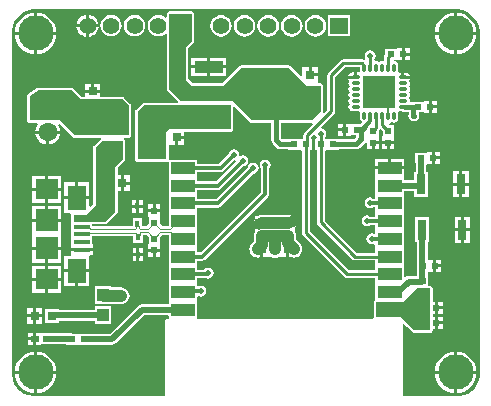
<source format=gtl>
G04*
G04 #@! TF.GenerationSoftware,Altium Limited,Altium Designer,20.0.2 (26)*
G04*
G04 Layer_Physical_Order=1*
G04 Layer_Color=255*
%FSLAX25Y25*%
%MOIN*%
G70*
G01*
G75*
%ADD13C,0.01968*%
%ADD14C,0.00787*%
%ADD45R,0.01575X0.02362*%
%ADD46R,0.03150X0.02953*%
%ADD47R,0.07480X0.07087*%
%ADD48R,0.07480X0.07480*%
%ADD49R,0.06299X0.08268*%
%ADD50R,0.05315X0.01575*%
%ADD51R,0.02362X0.02165*%
%ADD52O,0.03150X0.01102*%
%ADD53O,0.01102X0.03150*%
%ADD54R,0.10630X0.10630*%
%ADD55R,0.02362X0.01968*%
%ADD56R,0.01968X0.02362*%
%ADD57R,0.02165X0.02362*%
%ADD58R,0.02506X0.02126*%
%ADD59R,0.03150X0.06693*%
%ADD60R,0.03937X0.04331*%
%ADD61R,0.03150X0.03150*%
%ADD62R,0.09705X0.13937*%
%ADD63R,0.09705X0.04134*%
%ADD64R,0.05512X0.04724*%
%ADD65R,0.02953X0.03150*%
%ADD66R,0.02756X0.02756*%
%ADD67R,0.07874X0.03937*%
%ADD68C,0.00984*%
%ADD69C,0.01575*%
%ADD70C,0.00441*%
%ADD71C,0.03937*%
%ADD72C,0.01181*%
%ADD73R,0.06000X0.05512*%
%ADD74C,0.05512*%
%ADD75C,0.06299*%
%ADD76C,0.11811*%
%ADD77C,0.01968*%
%ADD78C,0.03937*%
G36*
X151934Y130893D02*
X153389Y130289D01*
X154700Y129414D01*
X155814Y128300D01*
X156690Y126989D01*
X157293Y125533D01*
X157600Y123988D01*
Y123200D01*
Y9700D01*
Y8961D01*
X157312Y7512D01*
X156746Y6147D01*
X155926Y4919D01*
X154881Y3874D01*
X153653Y3054D01*
X152288Y2488D01*
X150839Y2200D01*
X132003D01*
Y26208D01*
X132465Y26400D01*
X133083Y25782D01*
X133323Y25423D01*
X133682Y25183D01*
X135232Y23632D01*
X135493Y23458D01*
X135800Y23397D01*
X141100Y23397D01*
X141407Y23458D01*
X141668Y23632D01*
X141842Y23893D01*
X141903Y24200D01*
Y24716D01*
X142569D01*
Y26700D01*
Y28684D01*
X141903D01*
Y29716D01*
X142569D01*
Y31700D01*
Y33684D01*
X141903D01*
Y38200D01*
X141842Y38507D01*
X141668Y38768D01*
X141407Y38942D01*
X141100Y39003D01*
X140470D01*
Y42637D01*
X140213D01*
Y43288D01*
X140387Y43716D01*
X142069D01*
Y45700D01*
Y47684D01*
X140387D01*
X140213Y48112D01*
Y53566D01*
X140769D01*
Y61834D01*
X136045D01*
Y53566D01*
X136601D01*
Y42278D01*
X133872D01*
X133180Y42140D01*
X132773Y41868D01*
X132273Y42100D01*
Y45645D01*
X132273D01*
Y46039D01*
X132273D01*
Y51444D01*
X132273Y51550D01*
Y51944D01*
X132273Y52050D01*
Y57350D01*
X132273Y57456D01*
Y57850D01*
X132273Y57956D01*
Y63255D01*
X132273Y63362D01*
Y63755D01*
X132273Y63862D01*
Y69161D01*
X132273Y69267D01*
Y69661D01*
X132273Y69767D01*
Y70610D01*
X135545D01*
Y68744D01*
X140269D01*
Y77012D01*
X139826D01*
Y79241D01*
X139887Y79716D01*
X141569D01*
Y81700D01*
Y83684D01*
X139887D01*
Y83472D01*
X138306D01*
X138131Y83506D01*
X138019D01*
X137845Y83472D01*
X136163D01*
Y79928D01*
X136213D01*
Y77012D01*
X135545D01*
Y74223D01*
X132627D01*
X132273Y74576D01*
X132273Y74942D01*
X132486Y75353D01*
X132486Y75584D01*
Y77822D01*
X127549D01*
X122612D01*
X122612Y75353D01*
X122824Y74942D01*
X122824Y74853D01*
Y69767D01*
X122824Y69661D01*
Y69267D01*
X122824Y69161D01*
Y68105D01*
X122186D01*
X121791Y68369D01*
X121100Y68506D01*
X120409Y68369D01*
X119823Y67977D01*
X119431Y67391D01*
X119294Y66700D01*
X119431Y66009D01*
X119823Y65423D01*
X120409Y65031D01*
X121100Y64894D01*
X121791Y65031D01*
X122186Y65295D01*
X122824D01*
Y63862D01*
X122824Y63755D01*
Y63362D01*
X122824Y63255D01*
Y62105D01*
X121186D01*
X120791Y62369D01*
X120100Y62506D01*
X119409Y62369D01*
X118823Y61977D01*
X118431Y61391D01*
X118294Y60700D01*
X118431Y60009D01*
X118823Y59423D01*
X119409Y59031D01*
X120100Y58894D01*
X120791Y59031D01*
X121186Y59295D01*
X122824D01*
Y57956D01*
X122824Y57850D01*
Y57456D01*
X122824Y57350D01*
Y56614D01*
X122324Y56347D01*
X122291Y56369D01*
X121600Y56506D01*
X120909Y56369D01*
X120323Y55977D01*
X119931Y55391D01*
X119794Y54700D01*
X119931Y54009D01*
X120323Y53423D01*
X120909Y53031D01*
X121600Y52894D01*
X122291Y53031D01*
X122324Y53053D01*
X122824Y52786D01*
Y52050D01*
X122824Y51944D01*
Y51550D01*
X122824Y51444D01*
Y50099D01*
X116546D01*
X105936Y60709D01*
Y83976D01*
X106290Y84330D01*
X106600D01*
Y84330D01*
X106600D01*
Y84330D01*
X110537D01*
Y84594D01*
X116493D01*
X116493Y84594D01*
X117108Y84717D01*
X117629Y85065D01*
X118680Y86115D01*
X118791Y86138D01*
X119377Y86529D01*
X119517Y86739D01*
X120017Y86587D01*
Y84550D01*
X121600D01*
Y86731D01*
X122100D01*
Y87231D01*
X124183D01*
Y88913D01*
X123970D01*
Y90792D01*
X124040Y90862D01*
X124183Y91076D01*
X124734Y91183D01*
X124799Y91167D01*
X125328Y90637D01*
Y88913D01*
X125116D01*
Y87231D01*
X129084D01*
Y88913D01*
X128872D01*
Y92637D01*
X127470D01*
X127430Y92657D01*
X127387Y92728D01*
X127633Y93287D01*
X127659Y93292D01*
X128173Y93635D01*
X128208Y93687D01*
X128500Y93492D01*
X129022Y93388D01*
X129544Y93492D01*
X129987Y93788D01*
X130283Y94231D01*
X130387Y94753D01*
Y96800D01*
X130352Y96974D01*
X130708Y97336D01*
X130915Y97371D01*
X130951Y97364D01*
X131732D01*
X132147Y97087D01*
X132762Y96965D01*
X133919D01*
Y96330D01*
X133794Y95700D01*
X133931Y95009D01*
X134323Y94423D01*
X134909Y94031D01*
X135600Y93894D01*
X136291Y94031D01*
X136877Y94423D01*
X137269Y95009D01*
X137406Y95700D01*
X137269Y96391D01*
X137244Y96428D01*
X137468Y96928D01*
X138887D01*
Y96716D01*
X140568D01*
Y98700D01*
Y100684D01*
X138887D01*
Y100472D01*
X135163D01*
Y100176D01*
X134653D01*
X134336Y100563D01*
X134363Y100697D01*
X134259Y101219D01*
X133963Y101662D01*
Y101701D01*
X134259Y102144D01*
X134363Y102666D01*
X134259Y103189D01*
X133963Y103631D01*
Y103668D01*
X134259Y104111D01*
X134363Y104634D01*
X134259Y105156D01*
X133963Y105599D01*
Y105638D01*
X134259Y106081D01*
X134363Y106603D01*
X134259Y107125D01*
X134078Y107396D01*
X134116Y107422D01*
X134459Y107935D01*
X134480Y108040D01*
X131974D01*
Y108540D01*
X131474D01*
Y110122D01*
X130951D01*
X130816Y110095D01*
X130388Y110500D01*
X130387Y110519D01*
Y112548D01*
X130283Y113070D01*
X129987Y113513D01*
X129544Y113809D01*
X129302Y113857D01*
X128965Y114346D01*
X128958Y114397D01*
X128969Y114428D01*
X129887D01*
Y114216D01*
X131569D01*
Y116200D01*
Y118184D01*
X129887D01*
Y117972D01*
X126163D01*
Y116273D01*
X126132Y116242D01*
X125849Y115819D01*
X125750Y115320D01*
Y114270D01*
X125250Y113880D01*
X125085Y113913D01*
X124563Y113809D01*
X124120Y113513D01*
X123693Y113774D01*
X123640Y113810D01*
X123117Y113914D01*
X122953Y113881D01*
X122453Y114270D01*
Y114536D01*
X122769Y115009D01*
X122906Y115700D01*
X122769Y116391D01*
X122377Y116977D01*
X121791Y117369D01*
X121100Y117506D01*
X120409Y117369D01*
X119823Y116977D01*
X119431Y116391D01*
X119294Y115700D01*
X119431Y115009D01*
X119580Y114786D01*
X119546Y114608D01*
X118993Y114376D01*
X118949Y114405D01*
X118450Y114505D01*
X112100D01*
X111601Y114405D01*
X111178Y114122D01*
X107177Y110123D01*
X106895Y109699D01*
X106795Y109200D01*
Y97740D01*
X105796Y96741D01*
X105367Y97019D01*
X105403Y97200D01*
Y105700D01*
X105342Y106007D01*
X105168Y106268D01*
X104907Y106442D01*
X104600Y106503D01*
X103969D01*
X103675Y106881D01*
Y108858D01*
X101100D01*
Y109358D01*
X100600D01*
Y111834D01*
X98525D01*
Y109063D01*
X98063Y108872D01*
X94668Y112268D01*
X94407Y112442D01*
X94100Y112503D01*
X78100D01*
X77793Y112442D01*
X77532Y112268D01*
X71767Y106503D01*
X61932D01*
X60403Y108033D01*
Y118368D01*
X62168Y120132D01*
X62342Y120393D01*
X62403Y120700D01*
Y129700D01*
X62342Y130007D01*
X62168Y130268D01*
X61907Y130442D01*
X61600Y130503D01*
X54100D01*
X53793Y130442D01*
X53532Y130268D01*
X53358Y130007D01*
X53297Y129700D01*
Y128705D01*
X52797Y128458D01*
X52276Y128858D01*
X51414Y129215D01*
X50489Y129337D01*
X49564Y129215D01*
X48702Y128858D01*
X47962Y128290D01*
X47394Y127550D01*
X47037Y126688D01*
X46915Y125763D01*
X47037Y124838D01*
X47394Y123976D01*
X47962Y123236D01*
X48702Y122668D01*
X49564Y122311D01*
X50489Y122189D01*
X51414Y122311D01*
X52276Y122668D01*
X52797Y123068D01*
X53297Y122821D01*
Y104700D01*
X53358Y104393D01*
X53532Y104132D01*
X53532Y104132D01*
X57162Y100503D01*
X56955Y100003D01*
X45600D01*
X45600Y100003D01*
X45293Y99942D01*
X45032Y99768D01*
X45032Y99768D01*
X43032Y97768D01*
X42858Y97507D01*
X42797Y97200D01*
Y81200D01*
X42858Y80893D01*
X43032Y80632D01*
X43293Y80458D01*
X43600Y80397D01*
X53100D01*
X53407Y80458D01*
X53427Y80471D01*
X53927Y80204D01*
Y75673D01*
X53927Y75566D01*
Y75173D01*
X53927Y75066D01*
Y69767D01*
X53927Y69661D01*
Y69267D01*
X53927Y69161D01*
Y63862D01*
X53927Y63755D01*
Y63362D01*
X53927Y63255D01*
Y59091D01*
X51594D01*
X50872Y59813D01*
Y61887D01*
X51084D01*
Y63569D01*
X49100D01*
X47116D01*
Y61887D01*
X47328D01*
Y59813D01*
X46638Y59123D01*
X45104D01*
X45099Y59145D01*
Y61582D01*
X41950D01*
Y59145D01*
X41933Y59061D01*
X28400D01*
Y59597D01*
X32800Y59597D01*
X32800Y59597D01*
X33107Y59658D01*
X33368Y59832D01*
X36668Y63132D01*
X36842Y63393D01*
X36903Y63700D01*
Y70725D01*
X38000D01*
Y73300D01*
Y75875D01*
X36903D01*
Y78368D01*
X39168Y80632D01*
X39342Y80893D01*
X39403Y81200D01*
Y87200D01*
X39342Y87507D01*
X39168Y87768D01*
X38974Y87897D01*
X38980Y88163D01*
X39057Y88397D01*
X40600D01*
X40907Y88458D01*
X41168Y88632D01*
X41342Y88893D01*
X41403Y89200D01*
Y99200D01*
X41403Y99200D01*
X41342Y99507D01*
X41168Y99768D01*
X41168Y99768D01*
X39168Y101768D01*
X38907Y101942D01*
X38600Y102003D01*
X31175D01*
Y103358D01*
X28600D01*
X26025D01*
Y102003D01*
X24933D01*
X22168Y104768D01*
X21907Y104942D01*
X21600Y105003D01*
X10600D01*
X10523Y104988D01*
X10444Y104988D01*
X10371Y104957D01*
X10293Y104942D01*
X10227Y104898D01*
X10155Y104868D01*
X7155Y102868D01*
X7098Y102812D01*
X7032Y102768D01*
X6989Y102702D01*
X6933Y102647D01*
X6903Y102573D01*
X6858Y102507D01*
X6843Y102430D01*
X6813Y102357D01*
X6813Y102278D01*
X6797Y102200D01*
X6797Y94200D01*
X6858Y93893D01*
X7032Y93632D01*
X7293Y93458D01*
X7600Y93397D01*
X10144D01*
X10391Y92897D01*
X9975Y92356D01*
X9557Y91346D01*
X9480Y90763D01*
X13600D01*
X17720D01*
X17643Y91346D01*
X17225Y92356D01*
X17041Y92595D01*
X17260Y93131D01*
X17499Y93166D01*
X22032Y88632D01*
X22293Y88458D01*
X22600Y88397D01*
X31143D01*
X31220Y88163D01*
X31226Y87897D01*
X31032Y87768D01*
X31032Y87768D01*
X29032Y85768D01*
X28858Y85507D01*
X28797Y85200D01*
X28797Y66233D01*
X27896Y65331D01*
X27434Y65523D01*
Y67905D01*
X23284D01*
X19135D01*
Y63271D01*
X21167D01*
X21335Y63090D01*
X21448Y62831D01*
X21451Y62771D01*
X21397Y62500D01*
X21397Y60400D01*
X21458Y60093D01*
X21511Y60014D01*
Y57185D01*
Y52867D01*
X21298D01*
Y51580D01*
X24956D01*
X28613D01*
Y52867D01*
X28400D01*
Y55777D01*
X42096D01*
X42101Y55755D01*
Y53318D01*
X45250D01*
Y55755D01*
X45267Y55840D01*
X46575D01*
X47328Y55086D01*
Y53012D01*
X47116D01*
Y51331D01*
X51084D01*
Y53012D01*
X50872D01*
Y55086D01*
X51594Y55808D01*
X53927D01*
Y52050D01*
X53927Y51944D01*
Y51550D01*
X53927Y51444D01*
Y46145D01*
X53927Y46038D01*
Y45645D01*
X53927Y45538D01*
Y40239D01*
X53927Y40133D01*
Y39739D01*
X53927Y39633D01*
Y34334D01*
X53927Y34228D01*
Y33834D01*
X53927Y33727D01*
Y32884D01*
X44978D01*
X44287Y32747D01*
X43701Y32355D01*
X34352Y23006D01*
X27537D01*
Y23070D01*
X24100D01*
X23600Y23070D01*
X23100Y23070D01*
X21869D01*
X21370Y23169D01*
X15529D01*
Y23213D01*
X11504D01*
Y23426D01*
X9751D01*
Y21363D01*
Y19300D01*
X11504D01*
Y19513D01*
X15529D01*
Y19557D01*
X19663D01*
Y19330D01*
X23100D01*
X23600Y19330D01*
X24100Y19330D01*
X27537D01*
Y19394D01*
X35100D01*
X35791Y19531D01*
X36377Y19923D01*
X45726Y29272D01*
X53573D01*
X53927Y28918D01*
X53927Y28322D01*
X53559Y28003D01*
X53400D01*
X53093Y27942D01*
X52832Y27768D01*
X52658Y27507D01*
X52597Y27200D01*
Y2200D01*
X8812D01*
X7266Y2507D01*
X5811Y3111D01*
X4500Y3986D01*
X3386Y5100D01*
X2510Y6411D01*
X1907Y7867D01*
X1600Y9412D01*
Y10200D01*
Y123200D01*
Y123988D01*
X1907Y125533D01*
X2510Y126989D01*
X3386Y128300D01*
X4500Y129414D01*
X5811Y130289D01*
X7266Y130893D01*
X8812Y131200D01*
X150388D01*
X151934Y130893D01*
D02*
G37*
G36*
X117815Y110549D02*
X117789Y110479D01*
X117380Y110126D01*
X117250Y110152D01*
X116726D01*
Y108571D01*
X116226D01*
Y108071D01*
X113721D01*
X113741Y107965D01*
X114084Y107452D01*
X114137Y107417D01*
X113942Y107125D01*
X113838Y106603D01*
X113942Y106081D01*
X114237Y105638D01*
Y105599D01*
X113942Y105156D01*
X113838Y104634D01*
X113942Y104111D01*
X114237Y103668D01*
Y103631D01*
X113942Y103189D01*
X113838Y102666D01*
X113942Y102144D01*
X114237Y101701D01*
Y101662D01*
X113942Y101219D01*
X113838Y100697D01*
X113942Y100174D01*
X113977Y100121D01*
X114226Y99713D01*
X113977Y99304D01*
X113942Y99252D01*
X113838Y98729D01*
X113942Y98207D01*
X114237Y97764D01*
X114680Y97468D01*
X115203Y97364D01*
X117250D01*
X117285Y97371D01*
X117496Y97336D01*
X117850Y96974D01*
X117815Y96801D01*
Y94754D01*
X117919Y94231D01*
X118215Y93788D01*
X118182Y93210D01*
X117878Y92906D01*
X116765D01*
X116765Y92906D01*
X116610Y92875D01*
X114813D01*
Y93088D01*
X113131D01*
Y91104D01*
Y89120D01*
X114813D01*
Y89332D01*
X116494D01*
Y88592D01*
X116431Y88498D01*
X116409Y88386D01*
X115828Y87806D01*
X110537D01*
Y88070D01*
X107100D01*
X106600Y88070D01*
Y88070D01*
X106600D01*
Y88070D01*
X106128D01*
X105976Y88570D01*
X106269Y89009D01*
X106406Y89700D01*
X106269Y90391D01*
X105877Y90977D01*
X105291Y91369D01*
X104899Y91447D01*
X104734Y91989D01*
X109022Y96277D01*
X109305Y96701D01*
X109405Y97200D01*
Y108660D01*
X112640Y111895D01*
X117815D01*
Y110549D01*
D02*
G37*
G36*
X61600Y120700D02*
X59600Y118700D01*
Y107700D01*
X61600Y105700D01*
X72100D01*
X78100Y111700D01*
X94100D01*
X100100Y105700D01*
X104600Y105700D01*
Y97200D01*
X101600Y94200D01*
X81600Y94200D01*
X75100Y100700D01*
X58100D01*
X54100Y104700D01*
Y129700D01*
X61600D01*
Y120700D01*
D02*
G37*
G36*
X102059Y93004D02*
X99237Y90181D01*
X98954Y89758D01*
X98855Y89259D01*
Y88424D01*
X98501Y88070D01*
X97600Y88070D01*
X97100Y88070D01*
X93663D01*
Y87806D01*
X91765D01*
X91361Y88210D01*
Y93397D01*
X101600Y93397D01*
X101781Y93433D01*
X102059Y93004D01*
D02*
G37*
G36*
X24600Y101200D02*
X38600D01*
X40600Y99200D01*
Y89200D01*
X22600D01*
X17600Y94200D01*
X7600Y94200D01*
X7600Y102200D01*
X10600Y104200D01*
X21600D01*
X24600Y101200D01*
D02*
G37*
G36*
X74600Y91200D02*
X54100D01*
X53100Y90200D01*
Y81200D01*
X43600D01*
Y97200D01*
X45600Y99200D01*
X74600D01*
Y91200D01*
D02*
G37*
G36*
X75927Y80849D02*
X76300Y80523D01*
X76313Y80400D01*
X69735Y73822D01*
X63376D01*
Y75066D01*
X63376Y75173D01*
Y75566D01*
X63376Y75673D01*
Y76917D01*
X71222D01*
X71760Y77024D01*
X72215Y77329D01*
X75759Y80872D01*
X75927Y80849D01*
D02*
G37*
G36*
X38600Y81200D02*
X36100Y78700D01*
Y63700D01*
X32800Y60400D01*
X22200Y60400D01*
X22200Y62500D01*
X26200Y62500D01*
X29600Y65900D01*
X29600Y85200D01*
X31600Y87200D01*
X38600D01*
Y81200D01*
D02*
G37*
G36*
X102853Y89401D02*
X102931Y89009D01*
X103224Y88570D01*
X103033Y88070D01*
X102663D01*
Y84330D01*
X103327D01*
Y60168D01*
X103426Y59669D01*
X103709Y59246D01*
X115083Y47872D01*
X115506Y47589D01*
X116006Y47490D01*
X122824D01*
Y46039D01*
X122824D01*
Y45645D01*
X122824D01*
Y44194D01*
X113951D01*
X100873Y57272D01*
Y84330D01*
X101537D01*
Y88070D01*
X101464D01*
Y88719D01*
X102311Y89566D01*
X102853Y89401D01*
D02*
G37*
G36*
X81032Y93632D02*
X81293Y93458D01*
X81600Y93397D01*
X88149D01*
Y87545D01*
X88149Y87545D01*
X88272Y86930D01*
X88620Y86409D01*
X89965Y85065D01*
X89965Y85065D01*
X90486Y84717D01*
X91100Y84594D01*
X91100Y84594D01*
X93663D01*
Y84330D01*
X97100D01*
X97600Y84330D01*
X97910D01*
X98264Y83976D01*
Y56731D01*
X98363Y56232D01*
X98646Y55809D01*
X112489Y41967D01*
X112912Y41684D01*
X113411Y41584D01*
X122824D01*
Y40133D01*
X122824Y40133D01*
Y39739D01*
X122824D01*
X122824Y39633D01*
Y34448D01*
X122793Y34442D01*
X122532Y34268D01*
X122358Y34007D01*
X122297Y33700D01*
Y28700D01*
X122336Y28503D01*
X122140Y28142D01*
X122018Y28003D01*
X63743D01*
X63376Y28322D01*
X63376Y28503D01*
Y33727D01*
X63376Y33834D01*
Y34228D01*
X63376Y34334D01*
Y35286D01*
X63876Y35553D01*
X63909Y35531D01*
X64600Y35394D01*
X65291Y35531D01*
X65877Y35923D01*
X66269Y36509D01*
X66406Y37200D01*
X66269Y37891D01*
X65877Y38477D01*
X65291Y38869D01*
X64600Y39006D01*
X63909Y38869D01*
X63876Y38847D01*
X63376Y39114D01*
Y39633D01*
X63376Y39739D01*
Y40133D01*
X63376Y40239D01*
Y41484D01*
X66576D01*
X66611Y41491D01*
X67100Y41394D01*
X67791Y41531D01*
X68377Y41923D01*
X68769Y42509D01*
X68906Y43200D01*
X68769Y43891D01*
X68377Y44477D01*
X67791Y44869D01*
X67100Y45006D01*
X66409Y44869D01*
X65823Y44477D01*
X65700Y44294D01*
X63376D01*
Y45538D01*
X63376Y45645D01*
Y46038D01*
X63376Y46145D01*
Y47390D01*
X65194D01*
X65732Y47496D01*
X66188Y47801D01*
X87093Y68707D01*
X87398Y69162D01*
X87505Y69700D01*
Y78114D01*
X87769Y78509D01*
X87906Y79200D01*
X87769Y79891D01*
X87377Y80477D01*
X86791Y80869D01*
X86100Y81006D01*
X85409Y80869D01*
X84823Y80477D01*
X84431Y79891D01*
X84294Y79200D01*
X84431Y78509D01*
X84695Y78114D01*
Y70282D01*
X64613Y50199D01*
X63376D01*
Y51444D01*
X63376Y51550D01*
Y51944D01*
X63376Y52050D01*
Y57456D01*
X63376D01*
Y57850D01*
X63376D01*
Y63255D01*
X63376Y63362D01*
Y63755D01*
X63376Y63862D01*
Y65106D01*
X70411D01*
X70949Y65213D01*
X71404Y65518D01*
X82325Y76438D01*
X82791Y76531D01*
X83377Y76923D01*
X83769Y77509D01*
X83906Y78200D01*
X83769Y78891D01*
X83377Y79477D01*
X82791Y79869D01*
X82100Y80006D01*
X81409Y79869D01*
X80823Y79477D01*
X80431Y78891D01*
X80339Y78425D01*
X69829Y67916D01*
X63376D01*
Y69161D01*
X63376Y69267D01*
Y69661D01*
X63376Y69767D01*
Y71012D01*
X70316D01*
X70854Y71119D01*
X71310Y71423D01*
X78825Y78939D01*
X79291Y79031D01*
X79877Y79423D01*
X80269Y80009D01*
X80406Y80700D01*
X80269Y81391D01*
X79877Y81977D01*
X79291Y82369D01*
X78600Y82506D01*
X77909Y82369D01*
X77841Y82324D01*
X77391Y82625D01*
X77406Y82700D01*
X77269Y83391D01*
X76877Y83977D01*
X76291Y84369D01*
X75600Y84506D01*
X74909Y84369D01*
X74323Y83977D01*
X73931Y83391D01*
X73839Y82925D01*
X70640Y79727D01*
X63376D01*
Y81078D01*
X54388D01*
X53921Y81195D01*
X53903Y81568D01*
Y85617D01*
X54025Y86066D01*
X56100D01*
Y88542D01*
X56600D01*
Y89043D01*
X59175D01*
Y90397D01*
X74600D01*
X74907Y90458D01*
X75168Y90632D01*
X75342Y90893D01*
X75403Y91200D01*
Y98555D01*
X75903Y98762D01*
X81032Y93632D01*
D02*
G37*
G36*
X141100Y24200D02*
X135800Y24200D01*
X131300Y28700D01*
X123100D01*
Y33700D01*
X132100D01*
X136600Y38200D01*
X141100D01*
Y24200D01*
D02*
G37*
%LPC*%
G36*
X27367Y129485D02*
Y126263D01*
X30589D01*
X30526Y126743D01*
X30148Y127657D01*
X29546Y128442D01*
X28761Y129044D01*
X27847Y129422D01*
X27367Y129485D01*
D02*
G37*
G36*
X26367D02*
X25886Y129422D01*
X24973Y129044D01*
X24188Y128442D01*
X23586Y127657D01*
X23208Y126743D01*
X23144Y126263D01*
X26367D01*
Y129485D01*
D02*
G37*
G36*
X150100Y130090D02*
Y123700D01*
X156490D01*
X156406Y124554D01*
X156011Y125855D01*
X155369Y127055D01*
X154507Y128107D01*
X153455Y128970D01*
X152255Y129611D01*
X150954Y130006D01*
X150100Y130090D01*
D02*
G37*
G36*
X149100D02*
X148246Y130006D01*
X146945Y129611D01*
X145745Y128970D01*
X144693Y128107D01*
X143831Y127055D01*
X143189Y125855D01*
X142794Y124554D01*
X142710Y123700D01*
X149100D01*
Y130090D01*
D02*
G37*
G36*
X10100D02*
Y123700D01*
X16490D01*
X16406Y124554D01*
X16011Y125855D01*
X15370Y127055D01*
X14507Y128107D01*
X13455Y128970D01*
X12255Y129611D01*
X10954Y130006D01*
X10100Y130090D01*
D02*
G37*
G36*
X9100D02*
X8246Y130006D01*
X6945Y129611D01*
X5745Y128970D01*
X4693Y128107D01*
X3830Y127055D01*
X3189Y125855D01*
X2794Y124554D01*
X2710Y123700D01*
X9100D01*
Y130090D01*
D02*
G37*
G36*
X42615Y129337D02*
X41690Y129215D01*
X40828Y128858D01*
X40088Y128290D01*
X39520Y127550D01*
X39163Y126688D01*
X39041Y125763D01*
X39163Y124838D01*
X39520Y123976D01*
X40088Y123236D01*
X40828Y122668D01*
X41690Y122311D01*
X42615Y122189D01*
X43540Y122311D01*
X44402Y122668D01*
X45142Y123236D01*
X45710Y123976D01*
X46067Y124838D01*
X46189Y125763D01*
X46067Y126688D01*
X45710Y127550D01*
X45142Y128290D01*
X44402Y128858D01*
X43540Y129215D01*
X42615Y129337D01*
D02*
G37*
G36*
X34741D02*
X33816Y129215D01*
X32954Y128858D01*
X32214Y128290D01*
X31646Y127550D01*
X31289Y126688D01*
X31167Y125763D01*
X31289Y124838D01*
X31646Y123976D01*
X32214Y123236D01*
X32954Y122668D01*
X33816Y122311D01*
X34741Y122189D01*
X35666Y122311D01*
X36528Y122668D01*
X37268Y123236D01*
X37836Y123976D01*
X38193Y124838D01*
X38315Y125763D01*
X38193Y126688D01*
X37836Y127550D01*
X37268Y128290D01*
X36528Y128858D01*
X35666Y129215D01*
X34741Y129337D01*
D02*
G37*
G36*
X114509Y129243D02*
X106935D01*
Y122157D01*
X114509D01*
Y129243D01*
D02*
G37*
G36*
X102848Y129274D02*
X101923Y129152D01*
X101061Y128795D01*
X100321Y128227D01*
X99753Y127487D01*
X99396Y126625D01*
X99274Y125700D01*
X99396Y124775D01*
X99753Y123913D01*
X100321Y123173D01*
X101061Y122605D01*
X101923Y122248D01*
X102848Y122126D01*
X103773Y122248D01*
X104635Y122605D01*
X105375Y123173D01*
X105943Y123913D01*
X106300Y124775D01*
X106422Y125700D01*
X106300Y126625D01*
X105943Y127487D01*
X105375Y128227D01*
X104635Y128795D01*
X103773Y129152D01*
X102848Y129274D01*
D02*
G37*
G36*
X94974D02*
X94049Y129152D01*
X93187Y128795D01*
X92447Y128227D01*
X91879Y127487D01*
X91522Y126625D01*
X91400Y125700D01*
X91522Y124775D01*
X91879Y123913D01*
X92447Y123173D01*
X93187Y122605D01*
X94049Y122248D01*
X94974Y122126D01*
X95899Y122248D01*
X96761Y122605D01*
X97501Y123173D01*
X98069Y123913D01*
X98426Y124775D01*
X98548Y125700D01*
X98426Y126625D01*
X98069Y127487D01*
X97501Y128227D01*
X96761Y128795D01*
X95899Y129152D01*
X94974Y129274D01*
D02*
G37*
G36*
X87100D02*
X86175Y129152D01*
X85313Y128795D01*
X84573Y128227D01*
X84005Y127487D01*
X83648Y126625D01*
X83526Y125700D01*
X83648Y124775D01*
X84005Y123913D01*
X84573Y123173D01*
X85313Y122605D01*
X86175Y122248D01*
X87100Y122126D01*
X88025Y122248D01*
X88887Y122605D01*
X89627Y123173D01*
X90195Y123913D01*
X90552Y124775D01*
X90674Y125700D01*
X90552Y126625D01*
X90195Y127487D01*
X89627Y128227D01*
X88887Y128795D01*
X88025Y129152D01*
X87100Y129274D01*
D02*
G37*
G36*
X79226D02*
X78301Y129152D01*
X77439Y128795D01*
X76699Y128227D01*
X76131Y127487D01*
X75774Y126625D01*
X75652Y125700D01*
X75774Y124775D01*
X76131Y123913D01*
X76699Y123173D01*
X77439Y122605D01*
X78301Y122248D01*
X79226Y122126D01*
X80151Y122248D01*
X81013Y122605D01*
X81753Y123173D01*
X82321Y123913D01*
X82678Y124775D01*
X82800Y125700D01*
X82678Y126625D01*
X82321Y127487D01*
X81753Y128227D01*
X81013Y128795D01*
X80151Y129152D01*
X79226Y129274D01*
D02*
G37*
G36*
X71352D02*
X70427Y129152D01*
X69565Y128795D01*
X68825Y128227D01*
X68257Y127487D01*
X67900Y126625D01*
X67778Y125700D01*
X67900Y124775D01*
X68257Y123913D01*
X68825Y123173D01*
X69565Y122605D01*
X70427Y122248D01*
X71352Y122126D01*
X72277Y122248D01*
X73139Y122605D01*
X73879Y123173D01*
X74447Y123913D01*
X74804Y124775D01*
X74926Y125700D01*
X74804Y126625D01*
X74447Y127487D01*
X73879Y128227D01*
X73139Y128795D01*
X72277Y129152D01*
X71352Y129274D01*
D02*
G37*
G36*
X30589Y125263D02*
X27367D01*
Y122040D01*
X27847Y122104D01*
X28761Y122482D01*
X29546Y123084D01*
X30148Y123869D01*
X30526Y124783D01*
X30589Y125263D01*
D02*
G37*
G36*
X26367D02*
X23144D01*
X23208Y124783D01*
X23586Y123869D01*
X24188Y123084D01*
X24973Y122482D01*
X25886Y122104D01*
X26367Y122040D01*
Y125263D01*
D02*
G37*
G36*
X134250Y118184D02*
X132569D01*
Y116700D01*
X134250D01*
Y118184D01*
D02*
G37*
G36*
X156490Y122700D02*
X150100D01*
Y116310D01*
X150954Y116394D01*
X152255Y116789D01*
X153455Y117430D01*
X154507Y118293D01*
X155369Y119345D01*
X156011Y120545D01*
X156406Y121846D01*
X156490Y122700D01*
D02*
G37*
G36*
X149100D02*
X142710D01*
X142794Y121846D01*
X143189Y120545D01*
X143831Y119345D01*
X144693Y118293D01*
X145745Y117430D01*
X146945Y116789D01*
X148246Y116394D01*
X149100Y116310D01*
Y122700D01*
D02*
G37*
G36*
X16490D02*
X10100D01*
Y116310D01*
X10954Y116394D01*
X12255Y116789D01*
X13455Y117430D01*
X14507Y118293D01*
X15370Y119345D01*
X16011Y120545D01*
X16406Y121846D01*
X16490Y122700D01*
D02*
G37*
G36*
X9100D02*
X2710D01*
X2794Y121846D01*
X3189Y120545D01*
X3830Y119345D01*
X4693Y118293D01*
X5745Y117430D01*
X6945Y116789D01*
X8246Y116394D01*
X9100Y116310D01*
Y122700D01*
D02*
G37*
G36*
X134250Y115700D02*
X132569D01*
Y114216D01*
X134250D01*
Y115700D01*
D02*
G37*
G36*
X73107Y115131D02*
X67755D01*
Y112565D01*
X73107D01*
Y115131D01*
D02*
G37*
G36*
X66755D02*
X61403D01*
Y112565D01*
X66755D01*
Y115131D01*
D02*
G37*
G36*
X103675Y111834D02*
X101600D01*
Y109857D01*
X103675D01*
Y111834D01*
D02*
G37*
G36*
X132998Y110122D02*
X132474D01*
Y109040D01*
X134480D01*
X134459Y109145D01*
X134116Y109658D01*
X133603Y110001D01*
X132998Y110122D01*
D02*
G37*
G36*
X73107Y111565D02*
X67755D01*
Y108998D01*
X73107D01*
Y111565D01*
D02*
G37*
G36*
X66755D02*
X61403D01*
Y108998D01*
X66755D01*
Y111565D01*
D02*
G37*
G36*
X31175Y106334D02*
X29100D01*
Y104358D01*
X31175D01*
Y106334D01*
D02*
G37*
G36*
X28100D02*
X26025D01*
Y104358D01*
X28100D01*
Y106334D01*
D02*
G37*
G36*
X143250Y100684D02*
X141569D01*
Y99200D01*
X143250D01*
Y100684D01*
D02*
G37*
G36*
Y98200D02*
X141569D01*
Y96716D01*
X143250D01*
Y98200D01*
D02*
G37*
G36*
X13100Y89763D02*
X9480D01*
X9557Y89180D01*
X9975Y88170D01*
X10640Y87304D01*
X11507Y86638D01*
X12517Y86220D01*
X13100Y86143D01*
Y89763D01*
D02*
G37*
G36*
X17720D02*
X14100D01*
Y86143D01*
X14683Y86220D01*
X15693Y86638D01*
X16559Y87304D01*
X17225Y88170D01*
X17643Y89180D01*
X17720Y89763D01*
D02*
G37*
G36*
X124183Y86231D02*
X122600D01*
Y84550D01*
X124183D01*
Y86231D01*
D02*
G37*
G36*
X129084Y86231D02*
X127600D01*
Y84550D01*
X129084D01*
Y86231D01*
D02*
G37*
G36*
X126600D02*
X125116D01*
Y84550D01*
X126600D01*
Y86231D01*
D02*
G37*
G36*
X144250Y83684D02*
X142569D01*
Y82200D01*
X144250D01*
Y83684D01*
D02*
G37*
G36*
Y81200D02*
X142569D01*
Y79716D01*
X144250D01*
Y81200D01*
D02*
G37*
G36*
X132486Y81291D02*
X128049D01*
Y78822D01*
X132486D01*
Y81291D01*
D02*
G37*
G36*
X127049D02*
X122612D01*
Y78822D01*
X127049D01*
Y81291D01*
D02*
G37*
G36*
X40976Y75875D02*
X39000D01*
Y73800D01*
X40976D01*
Y75875D01*
D02*
G37*
G36*
X153868Y77224D02*
X151793D01*
Y73378D01*
X153868D01*
Y77224D01*
D02*
G37*
G36*
X150793D02*
X148718D01*
Y73378D01*
X150793D01*
Y77224D01*
D02*
G37*
G36*
X17985Y75703D02*
X13744D01*
Y71660D01*
X17985D01*
Y75703D01*
D02*
G37*
G36*
X12744D02*
X8504D01*
Y71660D01*
X12744D01*
Y75703D01*
D02*
G37*
G36*
X40976Y72800D02*
X39000D01*
Y70725D01*
X40976D01*
Y72800D01*
D02*
G37*
G36*
X27434Y73539D02*
X23784D01*
Y68905D01*
X27434D01*
Y73539D01*
D02*
G37*
G36*
X22784D02*
X19135D01*
Y68905D01*
X22784D01*
Y73539D01*
D02*
G37*
G36*
X153868Y72378D02*
X151793D01*
Y68531D01*
X153868D01*
Y72378D01*
D02*
G37*
G36*
X150793D02*
X148718D01*
Y68531D01*
X150793D01*
Y72378D01*
D02*
G37*
G36*
X17985Y70660D02*
X13744D01*
Y66617D01*
X17985D01*
Y70660D01*
D02*
G37*
G36*
X12744D02*
X8504D01*
Y66617D01*
X12744D01*
Y70660D01*
D02*
G37*
G36*
X45312Y67700D02*
X44024D01*
Y66019D01*
X45312D01*
Y67700D01*
D02*
G37*
G36*
X43024D02*
X41737D01*
Y66019D01*
X43024D01*
Y67700D01*
D02*
G37*
G36*
X51084Y66250D02*
X49600D01*
Y64569D01*
X51084D01*
Y66250D01*
D02*
G37*
G36*
X48600D02*
X47116D01*
Y64569D01*
X48600D01*
Y66250D01*
D02*
G37*
G36*
X45312Y65019D02*
X44024D01*
Y63338D01*
X45312D01*
Y65019D01*
D02*
G37*
G36*
X43024D02*
X41737D01*
Y63338D01*
X43024D01*
Y65019D01*
D02*
G37*
G36*
X17985Y65660D02*
X13744D01*
Y61420D01*
X17985D01*
Y65660D01*
D02*
G37*
G36*
X12744D02*
X8504D01*
Y61420D01*
X12744D01*
Y65660D01*
D02*
G37*
G36*
X154368Y62046D02*
X152293D01*
Y58200D01*
X154368D01*
Y62046D01*
D02*
G37*
G36*
X151293D02*
X149218D01*
Y58200D01*
X151293D01*
Y62046D01*
D02*
G37*
G36*
X154368Y57200D02*
X152293D01*
Y53354D01*
X154368D01*
Y57200D01*
D02*
G37*
G36*
X151293D02*
X149218D01*
Y53354D01*
X151293D01*
Y57200D01*
D02*
G37*
G36*
X17985Y60420D02*
X13244D01*
X8504D01*
Y56180D01*
Y51980D01*
X13244D01*
X17985D01*
Y56180D01*
Y60420D01*
D02*
G37*
G36*
X45463Y51562D02*
X44176D01*
Y49881D01*
X45463D01*
Y51562D01*
D02*
G37*
G36*
X43176D02*
X41888D01*
Y49881D01*
X43176D01*
Y51562D01*
D02*
G37*
G36*
X51084Y50331D02*
X49600D01*
Y48649D01*
X51084D01*
Y50331D01*
D02*
G37*
G36*
X48600D02*
X47116D01*
Y48649D01*
X48600D01*
Y50331D01*
D02*
G37*
G36*
X45463Y48881D02*
X44176D01*
Y47200D01*
X45463D01*
Y48881D01*
D02*
G37*
G36*
X43176D02*
X41888D01*
Y47200D01*
X43176D01*
Y48881D01*
D02*
G37*
G36*
X17985Y50980D02*
X13744D01*
Y46740D01*
X17985D01*
Y50980D01*
D02*
G37*
G36*
X12744D02*
X8504D01*
Y46740D01*
X12744D01*
Y50980D01*
D02*
G37*
G36*
X143069Y47684D02*
Y46200D01*
X144750D01*
Y47684D01*
X143069D01*
D02*
G37*
G36*
X28613Y50580D02*
X24956D01*
X21298D01*
Y49293D01*
X20866Y49129D01*
X19135D01*
Y44495D01*
X23284D01*
X27434D01*
Y48793D01*
X27434Y49129D01*
X27866Y49293D01*
X28613D01*
Y50580D01*
D02*
G37*
G36*
X144750Y45200D02*
X143069D01*
Y43716D01*
X144750D01*
Y45200D01*
D02*
G37*
G36*
X17985Y45783D02*
X13744D01*
Y41740D01*
X17985D01*
Y45783D01*
D02*
G37*
G36*
X12744D02*
X8504D01*
Y41740D01*
X12744D01*
Y45783D01*
D02*
G37*
G36*
X27434Y43495D02*
X23784D01*
Y38861D01*
X27434D01*
Y43495D01*
D02*
G37*
G36*
X22784D02*
X19135D01*
Y38861D01*
X22784D01*
Y43495D01*
D02*
G37*
G36*
X17985Y40740D02*
X13744D01*
Y36697D01*
X17985D01*
Y40740D01*
D02*
G37*
G36*
X12744D02*
X8504D01*
Y36697D01*
X12744D01*
Y40740D01*
D02*
G37*
G36*
X34856Y38999D02*
X29344D01*
Y36227D01*
X29320Y36046D01*
X29344Y35866D01*
Y33094D01*
X31537D01*
X31727Y33015D01*
X32447Y32920D01*
X38100D01*
X38819Y33015D01*
X39490Y33293D01*
X40066Y33735D01*
X40507Y34310D01*
X40785Y34981D01*
X40880Y35700D01*
X40785Y36419D01*
X40507Y37090D01*
X40066Y37666D01*
X39490Y38107D01*
X38819Y38385D01*
X38100Y38480D01*
X34856D01*
Y38999D01*
D02*
G37*
G36*
X145250Y33684D02*
X143569D01*
Y32200D01*
X145250D01*
Y33684D01*
D02*
G37*
G36*
X34856Y32306D02*
X29344D01*
Y30983D01*
X17515D01*
Y31362D01*
X12791D01*
Y26638D01*
X17515D01*
Y27370D01*
X29344D01*
Y26401D01*
X34856D01*
Y32306D01*
D02*
G37*
G36*
X145250Y31200D02*
X143569D01*
Y29716D01*
X145250D01*
Y31200D01*
D02*
G37*
G36*
X11822Y31575D02*
X9747D01*
Y29500D01*
X11822D01*
Y31575D01*
D02*
G37*
G36*
X8747D02*
X6673D01*
Y29500D01*
X8747D01*
Y31575D01*
D02*
G37*
G36*
X145250Y28684D02*
X143569D01*
Y27200D01*
X145250D01*
Y28684D01*
D02*
G37*
G36*
X11822Y28500D02*
X9747D01*
Y26425D01*
X11822D01*
Y28500D01*
D02*
G37*
G36*
X8747D02*
X6673D01*
Y26425D01*
X8747D01*
Y28500D01*
D02*
G37*
G36*
X145250Y26200D02*
X143569D01*
Y24716D01*
X145250D01*
Y26200D01*
D02*
G37*
G36*
X8751Y23426D02*
X6998D01*
Y21863D01*
X8751D01*
Y23426D01*
D02*
G37*
G36*
Y20863D02*
X6998D01*
Y19300D01*
X8751D01*
Y20863D01*
D02*
G37*
G36*
X150100Y17090D02*
Y10700D01*
X156490D01*
X156406Y11554D01*
X156011Y12855D01*
X155369Y14055D01*
X154507Y15107D01*
X153455Y15969D01*
X152255Y16611D01*
X150954Y17006D01*
X150100Y17090D01*
D02*
G37*
G36*
X149100D02*
X148246Y17006D01*
X146945Y16611D01*
X145745Y15969D01*
X144693Y15107D01*
X143831Y14055D01*
X143189Y12855D01*
X142794Y11554D01*
X142710Y10700D01*
X149100D01*
Y17090D01*
D02*
G37*
G36*
X10100D02*
Y10700D01*
X16490D01*
X16406Y11554D01*
X16011Y12855D01*
X15370Y14055D01*
X14507Y15107D01*
X13455Y15969D01*
X12255Y16611D01*
X10954Y17006D01*
X10100Y17090D01*
D02*
G37*
G36*
X9100D02*
X8246Y17006D01*
X6945Y16611D01*
X5745Y15969D01*
X4693Y15107D01*
X3830Y14055D01*
X3189Y12855D01*
X2794Y11554D01*
X2710Y10700D01*
X9100D01*
Y17090D01*
D02*
G37*
G36*
X156490Y9700D02*
X150100D01*
Y3310D01*
X150954Y3394D01*
X152255Y3789D01*
X153455Y4431D01*
X154507Y5293D01*
X155369Y6345D01*
X156011Y7545D01*
X156406Y8846D01*
X156490Y9700D01*
D02*
G37*
G36*
X149100D02*
X142710D01*
X142794Y8846D01*
X143189Y7545D01*
X143831Y6345D01*
X144693Y5293D01*
X145745Y4431D01*
X146945Y3789D01*
X148246Y3394D01*
X149100Y3310D01*
Y9700D01*
D02*
G37*
G36*
X16490D02*
X10100D01*
Y3310D01*
X10954Y3394D01*
X12255Y3789D01*
X13455Y4431D01*
X14507Y5293D01*
X15370Y6345D01*
X16011Y7545D01*
X16406Y8846D01*
X16490Y9700D01*
D02*
G37*
G36*
X9100D02*
X2710D01*
X2794Y8846D01*
X3189Y7545D01*
X3830Y6345D01*
X4693Y5293D01*
X5745Y4431D01*
X6945Y3789D01*
X8246Y3394D01*
X9100Y3310D01*
Y9700D01*
D02*
G37*
G36*
X115726Y110152D02*
X115203D01*
X114597Y110032D01*
X114084Y109689D01*
X113741Y109176D01*
X113721Y109071D01*
X115726D01*
Y110152D01*
D02*
G37*
G36*
X112132Y93088D02*
X110450D01*
Y91604D01*
X112132D01*
Y93088D01*
D02*
G37*
G36*
Y90604D02*
X110450D01*
Y89120D01*
X112132D01*
Y90604D01*
D02*
G37*
G36*
X59175Y88042D02*
X57100D01*
Y86066D01*
X59175D01*
Y88042D01*
D02*
G37*
G36*
X93651Y62598D02*
X84990D01*
X84270Y62503D01*
X83600Y62225D01*
X83562Y62196D01*
X82612D01*
Y61246D01*
X82582Y61208D01*
X82305Y60538D01*
X82210Y59818D01*
X82305Y59099D01*
X82582Y58428D01*
X82612Y58390D01*
Y56915D01*
X82582Y56877D01*
X82305Y56207D01*
X82210Y55487D01*
Y53741D01*
X81634Y53166D01*
X81193Y52590D01*
X80915Y51919D01*
X80820Y51200D01*
X80915Y50481D01*
X81193Y49810D01*
X81634Y49235D01*
X82210Y48793D01*
X82881Y48515D01*
X83600Y48420D01*
X84319Y48515D01*
X84490Y48586D01*
Y51157D01*
X85490D01*
Y48779D01*
X87892D01*
X87931Y48749D01*
X88601Y48472D01*
X89320Y48377D01*
X90040Y48472D01*
X90710Y48749D01*
X90749Y48779D01*
X93151D01*
Y51157D01*
X94151D01*
Y48779D01*
X94244D01*
X94881Y48515D01*
X95600Y48420D01*
X96319Y48515D01*
X96990Y48793D01*
X97566Y49235D01*
X98007Y49810D01*
X98285Y50481D01*
X98380Y51200D01*
X98285Y51919D01*
X98007Y52590D01*
X97566Y53166D01*
X96431Y54300D01*
Y55487D01*
X96336Y56207D01*
X96058Y56877D01*
X96029Y56915D01*
Y58390D01*
X96058Y58428D01*
X96336Y59099D01*
X96431Y59818D01*
X96336Y60538D01*
X96058Y61208D01*
X96029Y61246D01*
Y62196D01*
X95079D01*
X95041Y62225D01*
X94371Y62503D01*
X93651Y62598D01*
D02*
G37*
%LPD*%
D13*
X15153Y29000D02*
X15329Y29177D01*
X31923D01*
X32100Y29354D01*
X13489Y21363D02*
X21370D01*
X21533Y21200D01*
X21632D01*
X44978Y31078D02*
X58651D01*
X35100Y21200D02*
X44978Y31078D01*
X25569Y21200D02*
X35100D01*
X138407Y40960D02*
Y57700D01*
X133872Y40472D02*
X138502D01*
X130383Y36983D02*
X133872Y40472D01*
X127549Y36983D02*
X130383D01*
X138502Y40472D02*
X138600Y40570D01*
Y40668D01*
X138407Y40960D02*
X138600Y40767D01*
Y40668D02*
Y40767D01*
X138019Y72990D02*
Y81700D01*
X138131D01*
X137907Y72878D02*
X138019Y72990D01*
X127549Y72417D02*
X137446D01*
X137907Y72878D01*
D14*
X127054Y100648D02*
X126910Y101561D01*
X126490Y102384D01*
X125837Y103038D01*
X125013Y103457D01*
X124100Y103602D01*
X127054Y95777D02*
Y100648D01*
D45*
X43676Y55287D02*
D03*
X43524Y59613D02*
D03*
X43676Y49381D02*
D03*
X43524Y65519D02*
D03*
D46*
X28600Y98542D02*
D03*
Y103858D02*
D03*
X101100Y109358D02*
D03*
Y104042D02*
D03*
X56600Y88542D02*
D03*
Y93858D02*
D03*
D47*
X13244Y71160D02*
D03*
Y41240D02*
D03*
D48*
Y60920D02*
D03*
Y51480D02*
D03*
D49*
X23284Y68405D02*
D03*
Y43995D02*
D03*
D50*
X24956Y61320D02*
D03*
Y53640D02*
D03*
Y51080D02*
D03*
Y58760D02*
D03*
Y56200D02*
D03*
D51*
X104631Y86200D02*
D03*
X108569D02*
D03*
X99568D02*
D03*
X95631D02*
D03*
X21632Y21200D02*
D03*
X25569D02*
D03*
D52*
X116226Y108571D02*
D03*
Y106603D02*
D03*
Y104634D02*
D03*
Y102666D02*
D03*
Y100697D02*
D03*
Y98729D02*
D03*
X131974D02*
D03*
Y100697D02*
D03*
Y102666D02*
D03*
Y104634D02*
D03*
Y106603D02*
D03*
Y108540D02*
D03*
D53*
X119180Y95777D02*
D03*
X121148Y95777D02*
D03*
X123117Y95777D02*
D03*
X125085Y95777D02*
D03*
X127054Y95777D02*
D03*
X129022Y95777D02*
D03*
Y111525D02*
D03*
X127054Y111525D02*
D03*
X125085Y111525D02*
D03*
X123117Y111525D02*
D03*
X121148Y111525D02*
D03*
X119180Y111525D02*
D03*
D54*
X124100Y103602D02*
D03*
D55*
X112631Y91104D02*
D03*
X116569D02*
D03*
X141068Y98700D02*
D03*
X137132D02*
D03*
X132069Y116200D02*
D03*
X128131D02*
D03*
X138131Y81700D02*
D03*
X142069D02*
D03*
X143069Y26700D02*
D03*
X139131D02*
D03*
X143069Y31700D02*
D03*
X139131D02*
D03*
X142569Y45700D02*
D03*
X138631D02*
D03*
D56*
X127100Y86731D02*
D03*
Y90668D02*
D03*
X49100Y64069D02*
D03*
Y60132D02*
D03*
Y50831D02*
D03*
Y54768D02*
D03*
D57*
X122100Y86731D02*
D03*
Y90668D02*
D03*
X138600Y40668D02*
D03*
Y36731D02*
D03*
D58*
X9251Y21363D02*
D03*
X13489D02*
D03*
D59*
X151293Y72878D02*
D03*
X137907D02*
D03*
X151793Y57700D02*
D03*
X138407D02*
D03*
D60*
X32100Y29354D02*
D03*
Y36046D02*
D03*
D61*
X15153Y29000D02*
D03*
X9247D02*
D03*
D62*
X89755Y103009D02*
D03*
D63*
X67255Y93954D02*
D03*
Y103009D02*
D03*
Y112065D02*
D03*
D64*
X35270Y94200D02*
D03*
X48930D02*
D03*
X34770Y84200D02*
D03*
X48430D02*
D03*
D65*
X38500Y73300D02*
D03*
X33185D02*
D03*
D66*
X84990Y51157D02*
D03*
Y55487D02*
D03*
Y59818D02*
D03*
X89320D02*
D03*
Y55487D02*
D03*
Y51157D02*
D03*
X93651Y59818D02*
D03*
Y55487D02*
D03*
Y51157D02*
D03*
D67*
X58651Y31078D02*
D03*
Y36983D02*
D03*
Y42889D02*
D03*
Y48794D02*
D03*
Y54700D02*
D03*
Y60606D02*
D03*
Y66511D02*
D03*
Y72417D02*
D03*
Y78322D02*
D03*
X127549D02*
D03*
Y72417D02*
D03*
Y66511D02*
D03*
Y60606D02*
D03*
Y54700D02*
D03*
Y48794D02*
D03*
Y42889D02*
D03*
Y36983D02*
D03*
Y31078D02*
D03*
D68*
X118450Y113200D02*
X119180Y112470D01*
X112100Y113200D02*
X118450D01*
X108100Y109200D02*
X112100Y113200D01*
X108100Y97200D02*
Y109200D01*
X100159Y89259D02*
X108100Y97200D01*
X100159Y86692D02*
Y89259D01*
X125085Y92725D02*
Y95777D01*
Y92725D02*
X126453Y91357D01*
X126608D01*
X127100Y90865D01*
Y90668D02*
Y90865D01*
X123117Y91784D02*
Y95777D01*
X122100Y90767D02*
X123117Y91784D01*
X122100Y90668D02*
Y90767D01*
X127054Y111525D02*
Y115320D01*
X127935Y116200D01*
X128131D01*
X104616Y86216D02*
X104631Y86200D01*
X104616Y86216D02*
Y89684D01*
X104600Y89700D02*
X104616Y89684D01*
X121100Y115700D02*
X121148Y115652D01*
Y111525D02*
Y115652D01*
X119180Y111525D02*
Y112470D01*
X99568Y86200D02*
X99667D01*
X100159Y86692D01*
X116006Y48794D02*
X127549D01*
X104631Y60168D02*
X116006Y48794D01*
X104631Y60168D02*
Y86200D01*
X99568Y56731D02*
Y86200D01*
X113411Y42889D02*
X127549D01*
X99568Y56731D02*
X113411Y42889D01*
D69*
X118543Y91301D02*
X119442Y92200D01*
X118100Y90857D02*
X118543Y91301D01*
X118100Y87806D02*
Y90857D01*
X116493Y86200D02*
X118100Y87806D01*
X89755Y87545D02*
Y103009D01*
X91100Y86200D02*
X95631D01*
X89755Y87545D02*
X91100Y86200D01*
X116569Y91104D02*
X116765Y91301D01*
X118543D01*
X108569Y86200D02*
X116493D01*
X135525Y95775D02*
Y97928D01*
Y95775D02*
X135600Y95700D01*
X132762Y98571D02*
X137002D01*
X137132Y98700D01*
D70*
X47000Y56867D02*
X49100Y54768D01*
X44501Y56867D02*
X47000D01*
X44350Y58096D02*
X47064D01*
X51168Y56835D02*
X54547D01*
X49100Y54768D02*
X51168Y56835D01*
Y58064D02*
X54473D01*
X49100Y60132D02*
X51168Y58064D01*
X54473D02*
X54935Y58525D01*
Y58858D01*
X54547Y56835D02*
X56683Y54700D01*
X47064Y58096D02*
X49100Y60132D01*
X44091Y58354D02*
Y59046D01*
Y58354D02*
X44350Y58096D01*
X43524Y59613D02*
X44091Y59046D01*
X42957D02*
X43524Y59613D01*
X42957Y58291D02*
Y59046D01*
X24956Y58760D02*
X25523Y58193D01*
X42699Y58033D02*
X42957Y58291D01*
X27552Y58193D02*
X27712Y58033D01*
X42699D01*
X25523Y58193D02*
X27552D01*
X44243Y56609D02*
X44501Y56867D01*
X44243Y55854D02*
Y56609D01*
X27590Y56805D02*
X42850D01*
X27552Y56767D02*
X27590Y56805D01*
X42850D02*
X43109Y56546D01*
X24956Y56200D02*
X25523Y56767D01*
X27552D01*
X43676Y55287D02*
X44243Y55854D01*
X43109D02*
X43676Y55287D01*
X43109Y55854D02*
Y56546D01*
X54935Y58858D02*
X56683Y60606D01*
X58651D01*
X56683Y54700D02*
X58651D01*
D71*
X93651Y53149D02*
X95600Y51200D01*
X83600D02*
X84990Y52590D01*
X93651Y53149D02*
Y55487D01*
X89320Y51157D02*
Y55487D01*
X84990Y52590D02*
Y55487D01*
X89320D02*
X93651D01*
X84990D02*
X89320D01*
X84990Y59818D02*
X89320D01*
X93651D01*
X32447Y35700D02*
X38100D01*
X32100Y36046D02*
X32447Y35700D01*
D72*
X86100Y69700D02*
Y79200D01*
X65194Y48794D02*
X86100Y69700D01*
X58651Y48794D02*
X65194D01*
X70411Y66511D02*
X82100Y78200D01*
X58651Y66511D02*
X70411D01*
X70316Y72417D02*
X78600Y80700D01*
X58651Y72417D02*
X70316D01*
X71222Y78322D02*
X75600Y82700D01*
X58651Y78322D02*
X71222D01*
X127360Y66700D02*
X127549Y66511D01*
X121100Y66700D02*
X127360D01*
X127454Y60700D02*
X127549Y60606D01*
X120100Y60700D02*
X127454D01*
X127549Y54700D02*
X127549Y54700D01*
X121600Y54700D02*
X127549D01*
X58651Y42889D02*
X66576D01*
X66887Y43200D01*
X67100D01*
X58651Y36983D02*
X58868Y37200D01*
X64600D01*
X121109Y95738D02*
X121148Y95777D01*
X121109Y93890D02*
Y95738D01*
X119639Y92420D02*
X121109Y93890D01*
X119639Y92397D02*
Y92420D01*
X119442Y92200D02*
X119639Y92397D01*
D73*
X110722Y125700D02*
D03*
X58363Y125763D02*
D03*
D74*
X102848Y125700D02*
D03*
X94974D02*
D03*
X87100D02*
D03*
X79226D02*
D03*
X71352D02*
D03*
X26867Y125763D02*
D03*
X34741D02*
D03*
X42615D02*
D03*
X50489D02*
D03*
D75*
X13600Y98137D02*
D03*
Y90263D02*
D03*
D76*
X149600Y123200D02*
D03*
Y10200D02*
D03*
X9600D02*
D03*
Y123200D02*
D03*
D77*
X51600Y42200D02*
D03*
X46600D02*
D03*
X71600Y87200D02*
D03*
X76600Y67200D02*
D03*
X71600Y62200D02*
D03*
X141600Y102200D02*
D03*
Y122200D02*
D03*
Y112200D02*
D03*
X126600Y127200D02*
D03*
X136600D02*
D03*
Y122200D02*
D03*
X131600D02*
D03*
X126600D02*
D03*
X121600D02*
D03*
X46600Y77200D02*
D03*
X51600Y72200D02*
D03*
Y77200D02*
D03*
X46600Y72200D02*
D03*
X6600Y37200D02*
D03*
Y42200D02*
D03*
Y47200D02*
D03*
Y52200D02*
D03*
Y57200D02*
D03*
Y62200D02*
D03*
Y67200D02*
D03*
X11600Y77200D02*
D03*
X6600D02*
D03*
X26600Y82200D02*
D03*
X21600D02*
D03*
X16600Y117200D02*
D03*
X21600D02*
D03*
Y112200D02*
D03*
X11600D02*
D03*
X101600Y47200D02*
D03*
X96600D02*
D03*
X91600D02*
D03*
X86600D02*
D03*
X81600D02*
D03*
X71600D02*
D03*
X76600Y52200D02*
D03*
Y47200D02*
D03*
X106600Y42200D02*
D03*
X101600D02*
D03*
X96600D02*
D03*
X91600D02*
D03*
X86600D02*
D03*
X81600D02*
D03*
X76600D02*
D03*
X71600D02*
D03*
X96600Y72200D02*
D03*
Y77200D02*
D03*
X91600Y72200D02*
D03*
Y77200D02*
D03*
X89320Y51157D02*
D03*
Y55487D02*
D03*
Y59818D02*
D03*
X146600Y37200D02*
D03*
X141600Y92200D02*
D03*
X146600Y87200D02*
D03*
Y92200D02*
D03*
X151600Y82200D02*
D03*
Y92200D02*
D03*
Y102200D02*
D03*
Y112200D02*
D03*
Y42200D02*
D03*
Y32200D02*
D03*
X21600Y7200D02*
D03*
X26600D02*
D03*
Y12200D02*
D03*
X36600D02*
D03*
X31600Y7200D02*
D03*
X36600D02*
D03*
X41600D02*
D03*
Y17200D02*
D03*
X36600Y42200D02*
D03*
Y47200D02*
D03*
Y52200D02*
D03*
X41600Y22200D02*
D03*
Y12200D02*
D03*
X31600D02*
D03*
X21600D02*
D03*
X141600Y7200D02*
D03*
Y17200D02*
D03*
X151600Y27200D02*
D03*
Y37200D02*
D03*
Y47200D02*
D03*
Y87200D02*
D03*
Y97200D02*
D03*
Y107200D02*
D03*
X141600D02*
D03*
Y117200D02*
D03*
Y127200D02*
D03*
X131600D02*
D03*
X121600D02*
D03*
X26600Y112200D02*
D03*
X16600D02*
D03*
X6600D02*
D03*
X118100Y87806D02*
D03*
X128100Y100200D02*
D03*
X55600Y84200D02*
D03*
X67100Y107700D02*
D03*
X63600D02*
D03*
X67100Y116200D02*
D03*
X63600D02*
D03*
X16100Y83200D02*
D03*
X12100D02*
D03*
X8100D02*
D03*
Y87200D02*
D03*
Y91200D02*
D03*
X29600Y108200D02*
D03*
X26100D02*
D03*
X4100Y21200D02*
D03*
Y26200D02*
D03*
Y31700D02*
D03*
X30100Y50700D02*
D03*
X24600Y37200D02*
D03*
X21100D02*
D03*
X29100Y43200D02*
D03*
Y46700D02*
D03*
X6100Y73200D02*
D03*
X39100Y77200D02*
D03*
X42600Y74700D02*
D03*
X24600Y75200D02*
D03*
X21100D02*
D03*
X50100Y45700D02*
D03*
X46100D02*
D03*
X42600D02*
D03*
X50600Y68200D02*
D03*
X46600D02*
D03*
X43100Y69200D02*
D03*
X118600Y29300D02*
D03*
X115100D02*
D03*
X111600D02*
D03*
X108100D02*
D03*
X104600D02*
D03*
X101100D02*
D03*
X97600D02*
D03*
X94100D02*
D03*
X90600D02*
D03*
X87100D02*
D03*
X83600D02*
D03*
X80100D02*
D03*
X76600D02*
D03*
X73100D02*
D03*
X69600D02*
D03*
X66100D02*
D03*
X147100Y24700D02*
D03*
Y28700D02*
D03*
Y33200D02*
D03*
X146600Y43700D02*
D03*
Y47200D02*
D03*
X147600Y52700D02*
D03*
Y56700D02*
D03*
Y60700D02*
D03*
X147100Y71200D02*
D03*
Y75200D02*
D03*
X145600Y79200D02*
D03*
Y83200D02*
D03*
X121600Y79200D02*
D03*
X125100Y82700D02*
D03*
X121600D02*
D03*
X109100Y91200D02*
D03*
X102100Y113700D02*
D03*
X105100Y111200D02*
D03*
X145100Y96700D02*
D03*
Y100200D02*
D03*
X136100Y113700D02*
D03*
Y117200D02*
D03*
X135600Y108700D02*
D03*
X124100Y107200D02*
D03*
Y100200D02*
D03*
X120600D02*
D03*
Y103700D02*
D03*
X124100D02*
D03*
X128100D02*
D03*
Y107200D02*
D03*
X120600D02*
D03*
X38100Y35700D02*
D03*
X100600Y97700D02*
D03*
X134600Y34200D02*
D03*
Y30450D02*
D03*
Y26700D02*
D03*
X135600Y95700D02*
D03*
X86100Y79200D02*
D03*
X82100Y78200D02*
D03*
X78600Y80700D02*
D03*
X75600Y82700D02*
D03*
X103100Y97700D02*
D03*
X121100Y66700D02*
D03*
X120100Y60700D02*
D03*
X121600Y54700D02*
D03*
X67100Y43200D02*
D03*
X64600Y37200D02*
D03*
X104600Y89700D02*
D03*
X121100Y115700D02*
D03*
D78*
X95600Y60700D02*
D03*
Y51200D02*
D03*
X83600D02*
D03*
X84100Y59700D02*
D03*
M02*

</source>
